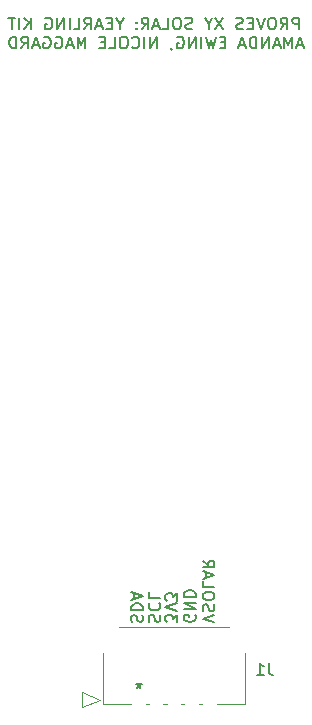
<source format=gbr>
%TF.GenerationSoftware,KiCad,Pcbnew,(6.0.11)*%
%TF.CreationDate,2023-03-22T15:14:07-07:00*%
%TF.ProjectId,solar-panel-NoCutout,736f6c61-722d-4706-916e-656c2d4e6f43,3.0*%
%TF.SameCoordinates,Original*%
%TF.FileFunction,Legend,Bot*%
%TF.FilePolarity,Positive*%
%FSLAX46Y46*%
G04 Gerber Fmt 4.6, Leading zero omitted, Abs format (unit mm)*
G04 Created by KiCad (PCBNEW (6.0.11)) date 2023-03-22 15:14:07*
%MOMM*%
%LPD*%
G01*
G04 APERTURE LIST*
%ADD10C,0.150000*%
%ADD11C,0.120000*%
%ADD12C,5.250000*%
%ADD13R,0.600000X1.000000*%
%ADD14R,1.250000X1.800000*%
G04 APERTURE END LIST*
D10*
X129937619Y-118226666D02*
X128937619Y-117893333D01*
X129937619Y-117560000D01*
X128985238Y-117274285D02*
X128937619Y-117131428D01*
X128937619Y-116893333D01*
X128985238Y-116798095D01*
X129032857Y-116750476D01*
X129128095Y-116702857D01*
X129223333Y-116702857D01*
X129318571Y-116750476D01*
X129366190Y-116798095D01*
X129413809Y-116893333D01*
X129461428Y-117083809D01*
X129509047Y-117179047D01*
X129556666Y-117226666D01*
X129651904Y-117274285D01*
X129747142Y-117274285D01*
X129842380Y-117226666D01*
X129890000Y-117179047D01*
X129937619Y-117083809D01*
X129937619Y-116845714D01*
X129890000Y-116702857D01*
X129937619Y-116083809D02*
X129937619Y-115893333D01*
X129890000Y-115798095D01*
X129794761Y-115702857D01*
X129604285Y-115655238D01*
X129270952Y-115655238D01*
X129080476Y-115702857D01*
X128985238Y-115798095D01*
X128937619Y-115893333D01*
X128937619Y-116083809D01*
X128985238Y-116179047D01*
X129080476Y-116274285D01*
X129270952Y-116321904D01*
X129604285Y-116321904D01*
X129794761Y-116274285D01*
X129890000Y-116179047D01*
X129937619Y-116083809D01*
X128937619Y-114750476D02*
X128937619Y-115226666D01*
X129937619Y-115226666D01*
X129223333Y-114464761D02*
X129223333Y-113988571D01*
X128937619Y-114560000D02*
X129937619Y-114226666D01*
X128937619Y-113893333D01*
X128937619Y-112988571D02*
X129413809Y-113321904D01*
X128937619Y-113560000D02*
X129937619Y-113560000D01*
X129937619Y-113179047D01*
X129890000Y-113083809D01*
X129842380Y-113036190D01*
X129747142Y-112988571D01*
X129604285Y-112988571D01*
X129509047Y-113036190D01*
X129461428Y-113083809D01*
X129413809Y-113179047D01*
X129413809Y-113560000D01*
X137101785Y-68007380D02*
X137101785Y-67007380D01*
X136720833Y-67007380D01*
X136625595Y-67055000D01*
X136577976Y-67102619D01*
X136530357Y-67197857D01*
X136530357Y-67340714D01*
X136577976Y-67435952D01*
X136625595Y-67483571D01*
X136720833Y-67531190D01*
X137101785Y-67531190D01*
X135530357Y-68007380D02*
X135863690Y-67531190D01*
X136101785Y-68007380D02*
X136101785Y-67007380D01*
X135720833Y-67007380D01*
X135625595Y-67055000D01*
X135577976Y-67102619D01*
X135530357Y-67197857D01*
X135530357Y-67340714D01*
X135577976Y-67435952D01*
X135625595Y-67483571D01*
X135720833Y-67531190D01*
X136101785Y-67531190D01*
X134911309Y-67007380D02*
X134720833Y-67007380D01*
X134625595Y-67055000D01*
X134530357Y-67150238D01*
X134482738Y-67340714D01*
X134482738Y-67674047D01*
X134530357Y-67864523D01*
X134625595Y-67959761D01*
X134720833Y-68007380D01*
X134911309Y-68007380D01*
X135006547Y-67959761D01*
X135101785Y-67864523D01*
X135149404Y-67674047D01*
X135149404Y-67340714D01*
X135101785Y-67150238D01*
X135006547Y-67055000D01*
X134911309Y-67007380D01*
X134197023Y-67007380D02*
X133863690Y-68007380D01*
X133530357Y-67007380D01*
X133197023Y-67483571D02*
X132863690Y-67483571D01*
X132720833Y-68007380D02*
X133197023Y-68007380D01*
X133197023Y-67007380D01*
X132720833Y-67007380D01*
X132339880Y-67959761D02*
X132197023Y-68007380D01*
X131958928Y-68007380D01*
X131863690Y-67959761D01*
X131816071Y-67912142D01*
X131768452Y-67816904D01*
X131768452Y-67721666D01*
X131816071Y-67626428D01*
X131863690Y-67578809D01*
X131958928Y-67531190D01*
X132149404Y-67483571D01*
X132244642Y-67435952D01*
X132292261Y-67388333D01*
X132339880Y-67293095D01*
X132339880Y-67197857D01*
X132292261Y-67102619D01*
X132244642Y-67055000D01*
X132149404Y-67007380D01*
X131911309Y-67007380D01*
X131768452Y-67055000D01*
X130673214Y-67007380D02*
X130006547Y-68007380D01*
X130006547Y-67007380D02*
X130673214Y-68007380D01*
X129435119Y-67531190D02*
X129435119Y-68007380D01*
X129768452Y-67007380D02*
X129435119Y-67531190D01*
X129101785Y-67007380D01*
X128054166Y-67959761D02*
X127911309Y-68007380D01*
X127673214Y-68007380D01*
X127577976Y-67959761D01*
X127530357Y-67912142D01*
X127482738Y-67816904D01*
X127482738Y-67721666D01*
X127530357Y-67626428D01*
X127577976Y-67578809D01*
X127673214Y-67531190D01*
X127863690Y-67483571D01*
X127958928Y-67435952D01*
X128006547Y-67388333D01*
X128054166Y-67293095D01*
X128054166Y-67197857D01*
X128006547Y-67102619D01*
X127958928Y-67055000D01*
X127863690Y-67007380D01*
X127625595Y-67007380D01*
X127482738Y-67055000D01*
X126863690Y-67007380D02*
X126673214Y-67007380D01*
X126577976Y-67055000D01*
X126482738Y-67150238D01*
X126435119Y-67340714D01*
X126435119Y-67674047D01*
X126482738Y-67864523D01*
X126577976Y-67959761D01*
X126673214Y-68007380D01*
X126863690Y-68007380D01*
X126958928Y-67959761D01*
X127054166Y-67864523D01*
X127101785Y-67674047D01*
X127101785Y-67340714D01*
X127054166Y-67150238D01*
X126958928Y-67055000D01*
X126863690Y-67007380D01*
X125530357Y-68007380D02*
X126006547Y-68007380D01*
X126006547Y-67007380D01*
X125244642Y-67721666D02*
X124768452Y-67721666D01*
X125339880Y-68007380D02*
X125006547Y-67007380D01*
X124673214Y-68007380D01*
X123768452Y-68007380D02*
X124101785Y-67531190D01*
X124339880Y-68007380D02*
X124339880Y-67007380D01*
X123958928Y-67007380D01*
X123863690Y-67055000D01*
X123816071Y-67102619D01*
X123768452Y-67197857D01*
X123768452Y-67340714D01*
X123816071Y-67435952D01*
X123863690Y-67483571D01*
X123958928Y-67531190D01*
X124339880Y-67531190D01*
X123339880Y-67912142D02*
X123292261Y-67959761D01*
X123339880Y-68007380D01*
X123387500Y-67959761D01*
X123339880Y-67912142D01*
X123339880Y-68007380D01*
X123339880Y-67388333D02*
X123292261Y-67435952D01*
X123339880Y-67483571D01*
X123387500Y-67435952D01*
X123339880Y-67388333D01*
X123339880Y-67483571D01*
X121911309Y-67531190D02*
X121911309Y-68007380D01*
X122244642Y-67007380D02*
X121911309Y-67531190D01*
X121577976Y-67007380D01*
X121244642Y-67483571D02*
X120911309Y-67483571D01*
X120768452Y-68007380D02*
X121244642Y-68007380D01*
X121244642Y-67007380D01*
X120768452Y-67007380D01*
X120387500Y-67721666D02*
X119911309Y-67721666D01*
X120482738Y-68007380D02*
X120149404Y-67007380D01*
X119816071Y-68007380D01*
X118911309Y-68007380D02*
X119244642Y-67531190D01*
X119482738Y-68007380D02*
X119482738Y-67007380D01*
X119101785Y-67007380D01*
X119006547Y-67055000D01*
X118958928Y-67102619D01*
X118911309Y-67197857D01*
X118911309Y-67340714D01*
X118958928Y-67435952D01*
X119006547Y-67483571D01*
X119101785Y-67531190D01*
X119482738Y-67531190D01*
X118006547Y-68007380D02*
X118482738Y-68007380D01*
X118482738Y-67007380D01*
X117673214Y-68007380D02*
X117673214Y-67007380D01*
X117197023Y-68007380D02*
X117197023Y-67007380D01*
X116625595Y-68007380D01*
X116625595Y-67007380D01*
X115625595Y-67055000D02*
X115720833Y-67007380D01*
X115863690Y-67007380D01*
X116006547Y-67055000D01*
X116101785Y-67150238D01*
X116149404Y-67245476D01*
X116197023Y-67435952D01*
X116197023Y-67578809D01*
X116149404Y-67769285D01*
X116101785Y-67864523D01*
X116006547Y-67959761D01*
X115863690Y-68007380D01*
X115768452Y-68007380D01*
X115625595Y-67959761D01*
X115577976Y-67912142D01*
X115577976Y-67578809D01*
X115768452Y-67578809D01*
X114387500Y-68007380D02*
X114387500Y-67007380D01*
X113816071Y-68007380D02*
X114244642Y-67435952D01*
X113816071Y-67007380D02*
X114387500Y-67578809D01*
X113387500Y-68007380D02*
X113387500Y-67007380D01*
X113054166Y-67007380D02*
X112482738Y-67007380D01*
X112768452Y-68007380D02*
X112768452Y-67007380D01*
X137435119Y-69331666D02*
X136958928Y-69331666D01*
X137530357Y-69617380D02*
X137197023Y-68617380D01*
X136863690Y-69617380D01*
X136530357Y-69617380D02*
X136530357Y-68617380D01*
X136197023Y-69331666D01*
X135863690Y-68617380D01*
X135863690Y-69617380D01*
X135435119Y-69331666D02*
X134958928Y-69331666D01*
X135530357Y-69617380D02*
X135197023Y-68617380D01*
X134863690Y-69617380D01*
X134530357Y-69617380D02*
X134530357Y-68617380D01*
X133958928Y-69617380D01*
X133958928Y-68617380D01*
X133482738Y-69617380D02*
X133482738Y-68617380D01*
X133244642Y-68617380D01*
X133101785Y-68665000D01*
X133006547Y-68760238D01*
X132958928Y-68855476D01*
X132911309Y-69045952D01*
X132911309Y-69188809D01*
X132958928Y-69379285D01*
X133006547Y-69474523D01*
X133101785Y-69569761D01*
X133244642Y-69617380D01*
X133482738Y-69617380D01*
X132530357Y-69331666D02*
X132054166Y-69331666D01*
X132625595Y-69617380D02*
X132292261Y-68617380D01*
X131958928Y-69617380D01*
X130863690Y-69093571D02*
X130530357Y-69093571D01*
X130387500Y-69617380D02*
X130863690Y-69617380D01*
X130863690Y-68617380D01*
X130387500Y-68617380D01*
X130054166Y-68617380D02*
X129816071Y-69617380D01*
X129625595Y-68903095D01*
X129435119Y-69617380D01*
X129197023Y-68617380D01*
X128816071Y-69617380D02*
X128816071Y-68617380D01*
X128339880Y-69617380D02*
X128339880Y-68617380D01*
X127768452Y-69617380D01*
X127768452Y-68617380D01*
X126768452Y-68665000D02*
X126863690Y-68617380D01*
X127006547Y-68617380D01*
X127149404Y-68665000D01*
X127244642Y-68760238D01*
X127292261Y-68855476D01*
X127339880Y-69045952D01*
X127339880Y-69188809D01*
X127292261Y-69379285D01*
X127244642Y-69474523D01*
X127149404Y-69569761D01*
X127006547Y-69617380D01*
X126911309Y-69617380D01*
X126768452Y-69569761D01*
X126720833Y-69522142D01*
X126720833Y-69188809D01*
X126911309Y-69188809D01*
X126244642Y-69569761D02*
X126244642Y-69617380D01*
X126292261Y-69712619D01*
X126339880Y-69760238D01*
X125054166Y-69617380D02*
X125054166Y-68617380D01*
X124482738Y-69617380D01*
X124482738Y-68617380D01*
X124006547Y-69617380D02*
X124006547Y-68617380D01*
X122958928Y-69522142D02*
X123006547Y-69569761D01*
X123149404Y-69617380D01*
X123244642Y-69617380D01*
X123387500Y-69569761D01*
X123482738Y-69474523D01*
X123530357Y-69379285D01*
X123577976Y-69188809D01*
X123577976Y-69045952D01*
X123530357Y-68855476D01*
X123482738Y-68760238D01*
X123387500Y-68665000D01*
X123244642Y-68617380D01*
X123149404Y-68617380D01*
X123006547Y-68665000D01*
X122958928Y-68712619D01*
X122339880Y-68617380D02*
X122149404Y-68617380D01*
X122054166Y-68665000D01*
X121958928Y-68760238D01*
X121911309Y-68950714D01*
X121911309Y-69284047D01*
X121958928Y-69474523D01*
X122054166Y-69569761D01*
X122149404Y-69617380D01*
X122339880Y-69617380D01*
X122435119Y-69569761D01*
X122530357Y-69474523D01*
X122577976Y-69284047D01*
X122577976Y-68950714D01*
X122530357Y-68760238D01*
X122435119Y-68665000D01*
X122339880Y-68617380D01*
X121006547Y-69617380D02*
X121482738Y-69617380D01*
X121482738Y-68617380D01*
X120673214Y-69093571D02*
X120339880Y-69093571D01*
X120197023Y-69617380D02*
X120673214Y-69617380D01*
X120673214Y-68617380D01*
X120197023Y-68617380D01*
X119006547Y-69617380D02*
X119006547Y-68617380D01*
X118673214Y-69331666D01*
X118339880Y-68617380D01*
X118339880Y-69617380D01*
X117911309Y-69331666D02*
X117435119Y-69331666D01*
X118006547Y-69617380D02*
X117673214Y-68617380D01*
X117339880Y-69617380D01*
X116482738Y-68665000D02*
X116577976Y-68617380D01*
X116720833Y-68617380D01*
X116863690Y-68665000D01*
X116958928Y-68760238D01*
X117006547Y-68855476D01*
X117054166Y-69045952D01*
X117054166Y-69188809D01*
X117006547Y-69379285D01*
X116958928Y-69474523D01*
X116863690Y-69569761D01*
X116720833Y-69617380D01*
X116625595Y-69617380D01*
X116482738Y-69569761D01*
X116435119Y-69522142D01*
X116435119Y-69188809D01*
X116625595Y-69188809D01*
X115482738Y-68665000D02*
X115577976Y-68617380D01*
X115720833Y-68617380D01*
X115863690Y-68665000D01*
X115958928Y-68760238D01*
X116006547Y-68855476D01*
X116054166Y-69045952D01*
X116054166Y-69188809D01*
X116006547Y-69379285D01*
X115958928Y-69474523D01*
X115863690Y-69569761D01*
X115720833Y-69617380D01*
X115625595Y-69617380D01*
X115482738Y-69569761D01*
X115435119Y-69522142D01*
X115435119Y-69188809D01*
X115625595Y-69188809D01*
X115054166Y-69331666D02*
X114577976Y-69331666D01*
X115149404Y-69617380D02*
X114816071Y-68617380D01*
X114482738Y-69617380D01*
X113577976Y-69617380D02*
X113911309Y-69141190D01*
X114149404Y-69617380D02*
X114149404Y-68617380D01*
X113768452Y-68617380D01*
X113673214Y-68665000D01*
X113625595Y-68712619D01*
X113577976Y-68807857D01*
X113577976Y-68950714D01*
X113625595Y-69045952D01*
X113673214Y-69093571D01*
X113768452Y-69141190D01*
X114149404Y-69141190D01*
X113149404Y-69617380D02*
X113149404Y-68617380D01*
X112911309Y-68617380D01*
X112768452Y-68665000D01*
X112673214Y-68760238D01*
X112625595Y-68855476D01*
X112577976Y-69045952D01*
X112577976Y-69188809D01*
X112625595Y-69379285D01*
X112673214Y-69474523D01*
X112768452Y-69569761D01*
X112911309Y-69617380D01*
X113149404Y-69617380D01*
X128300000Y-117601904D02*
X128347619Y-117697142D01*
X128347619Y-117840000D01*
X128300000Y-117982857D01*
X128204761Y-118078095D01*
X128109523Y-118125714D01*
X127919047Y-118173333D01*
X127776190Y-118173333D01*
X127585714Y-118125714D01*
X127490476Y-118078095D01*
X127395238Y-117982857D01*
X127347619Y-117840000D01*
X127347619Y-117744761D01*
X127395238Y-117601904D01*
X127442857Y-117554285D01*
X127776190Y-117554285D01*
X127776190Y-117744761D01*
X127347619Y-117125714D02*
X128347619Y-117125714D01*
X127347619Y-116554285D01*
X128347619Y-116554285D01*
X127347619Y-116078095D02*
X128347619Y-116078095D01*
X128347619Y-115840000D01*
X128300000Y-115697142D01*
X128204761Y-115601904D01*
X128109523Y-115554285D01*
X127919047Y-115506666D01*
X127776190Y-115506666D01*
X127585714Y-115554285D01*
X127490476Y-115601904D01*
X127395238Y-115697142D01*
X127347619Y-115840000D01*
X127347619Y-116078095D01*
X126787619Y-118188095D02*
X126787619Y-117569047D01*
X126406666Y-117902380D01*
X126406666Y-117759523D01*
X126359047Y-117664285D01*
X126311428Y-117616666D01*
X126216190Y-117569047D01*
X125978095Y-117569047D01*
X125882857Y-117616666D01*
X125835238Y-117664285D01*
X125787619Y-117759523D01*
X125787619Y-118045238D01*
X125835238Y-118140476D01*
X125882857Y-118188095D01*
X126787619Y-117283333D02*
X125787619Y-116950000D01*
X126787619Y-116616666D01*
X126787619Y-116378571D02*
X126787619Y-115759523D01*
X126406666Y-116092857D01*
X126406666Y-115950000D01*
X126359047Y-115854761D01*
X126311428Y-115807142D01*
X126216190Y-115759523D01*
X125978095Y-115759523D01*
X125882857Y-115807142D01*
X125835238Y-115854761D01*
X125787619Y-115950000D01*
X125787619Y-116235714D01*
X125835238Y-116330952D01*
X125882857Y-116378571D01*
X122925238Y-118184285D02*
X122877619Y-118041428D01*
X122877619Y-117803333D01*
X122925238Y-117708095D01*
X122972857Y-117660476D01*
X123068095Y-117612857D01*
X123163333Y-117612857D01*
X123258571Y-117660476D01*
X123306190Y-117708095D01*
X123353809Y-117803333D01*
X123401428Y-117993809D01*
X123449047Y-118089047D01*
X123496666Y-118136666D01*
X123591904Y-118184285D01*
X123687142Y-118184285D01*
X123782380Y-118136666D01*
X123830000Y-118089047D01*
X123877619Y-117993809D01*
X123877619Y-117755714D01*
X123830000Y-117612857D01*
X122877619Y-117184285D02*
X123877619Y-117184285D01*
X123877619Y-116946190D01*
X123830000Y-116803333D01*
X123734761Y-116708095D01*
X123639523Y-116660476D01*
X123449047Y-116612857D01*
X123306190Y-116612857D01*
X123115714Y-116660476D01*
X123020476Y-116708095D01*
X122925238Y-116803333D01*
X122877619Y-116946190D01*
X122877619Y-117184285D01*
X123163333Y-116231904D02*
X123163333Y-115755714D01*
X122877619Y-116327142D02*
X123877619Y-115993809D01*
X122877619Y-115660476D01*
X124405238Y-118160476D02*
X124357619Y-118017619D01*
X124357619Y-117779523D01*
X124405238Y-117684285D01*
X124452857Y-117636666D01*
X124548095Y-117589047D01*
X124643333Y-117589047D01*
X124738571Y-117636666D01*
X124786190Y-117684285D01*
X124833809Y-117779523D01*
X124881428Y-117970000D01*
X124929047Y-118065238D01*
X124976666Y-118112857D01*
X125071904Y-118160476D01*
X125167142Y-118160476D01*
X125262380Y-118112857D01*
X125310000Y-118065238D01*
X125357619Y-117970000D01*
X125357619Y-117731904D01*
X125310000Y-117589047D01*
X124452857Y-116589047D02*
X124405238Y-116636666D01*
X124357619Y-116779523D01*
X124357619Y-116874761D01*
X124405238Y-117017619D01*
X124500476Y-117112857D01*
X124595714Y-117160476D01*
X124786190Y-117208095D01*
X124929047Y-117208095D01*
X125119523Y-117160476D01*
X125214761Y-117112857D01*
X125310000Y-117017619D01*
X125357619Y-116874761D01*
X125357619Y-116779523D01*
X125310000Y-116636666D01*
X125262380Y-116589047D01*
X124357619Y-115684285D02*
X124357619Y-116160476D01*
X125357619Y-116160476D01*
%TO.C,J1*%
X134533333Y-121652380D02*
X134533333Y-122366666D01*
X134580952Y-122509523D01*
X134676190Y-122604761D01*
X134819047Y-122652380D01*
X134914285Y-122652380D01*
X133533333Y-122652380D02*
X134104761Y-122652380D01*
X133819047Y-122652380D02*
X133819047Y-121652380D01*
X133914285Y-121795238D01*
X134009523Y-121890476D01*
X134104761Y-121938095D01*
X123520000Y-123322380D02*
X123520000Y-123560476D01*
X123758095Y-123465238D02*
X123520000Y-123560476D01*
X123281904Y-123465238D01*
X123662857Y-123750952D02*
X123520000Y-123560476D01*
X123377142Y-123750952D01*
D11*
X132524989Y-125090000D02*
X130120041Y-125090000D01*
X132524989Y-120780040D02*
X132524989Y-125090000D01*
X125879959Y-125090000D02*
X125620040Y-125090000D01*
X127379961Y-125090000D02*
X127120039Y-125090000D01*
X118697013Y-125385000D02*
X120221013Y-124750000D01*
X128879961Y-125090000D02*
X128620041Y-125090000D01*
X121839885Y-118650000D02*
X131160116Y-118650000D01*
X120221013Y-124750000D02*
X118697013Y-124115000D01*
X124379960Y-125090000D02*
X124120040Y-125090000D01*
X122879960Y-125090000D02*
X120475012Y-125090000D01*
X118697013Y-124115000D02*
X118697013Y-125385000D01*
X120475012Y-125090000D02*
X120475012Y-120780040D01*
%TD*%
%LPC*%
D12*
%TO.C,J2*%
X106500000Y-70300000D03*
%TD*%
%TO.C,J3*%
X106500000Y-159300000D03*
%TD*%
%TO.C,J4*%
X182500000Y-70300000D03*
%TD*%
%TO.C,J5*%
X182500000Y-159300000D03*
%TD*%
D13*
%TO.C,J1*%
X123500000Y-124750000D03*
X125000000Y-124750000D03*
X126499999Y-124750000D03*
X128000001Y-124750000D03*
X129500001Y-124750000D03*
D14*
X120895001Y-119560000D03*
X132104999Y-119560000D03*
%TD*%
M02*

</source>
